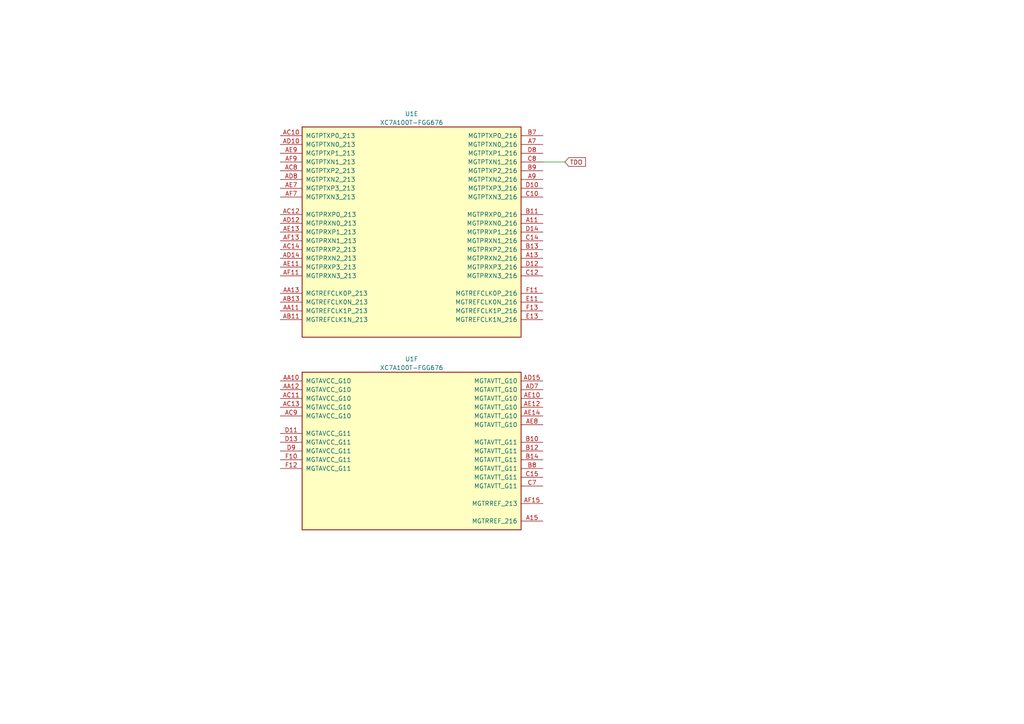
<source format=kicad_sch>
(kicad_sch (version 20230121) (generator eeschema)
  (paper "A4")
  (lib_symbols
    (symbol "FPGA_Xilinx_Artix7:XC7A100T-FGG676" (pin_names (offset 1.016))
      (property "Reference" "U" (at 0 1.27 0))
      (property "Value" "XC7A100T-FGG676" (at 0 -1.27 0))
      (symbol "XC7A100T-FGG676_1_1"
        (rectangle (start -44.45 67.31) (end 44.45 -73.66) (stroke (width 0.254)) (fill (type background)))
        (pin power_in line (at -40.64 73.66 270) (length 6.35) (name "VCCO_12") (number "AA21"))
        (pin bidirectional line (at 50.8 15.24 180) (length 6.35) (name "IO_L8P_T1_13") (number "AA22"))
        (pin bidirectional line (at 50.8 12.7 180) (length 6.35) (name "IO_L8N_T1_13") (number "AA23"))
        (pin bidirectional line (at 50.8 20.32 180) (length 6.35) (name "IO_L7P_T1_13") (number "AA24"))
        (pin bidirectional line (at 50.8 27.94 180) (length 6.35) (name "IO_L5N_T0_13") (number "AA25"))
        (pin power_in line (at -38.1 73.66 270) (length 6.35) (name "VCCO_12") (number "AB18"))
        (pin bidirectional line (at 50.8 10.16 180) (length 6.35) (name "IO_L9P_T1_DQS_13") (number "AB24"))
        (pin bidirectional line (at 50.8 17.78 180) (length 6.35) (name "IO_L7N_T1_13") (number "AB25"))
        (pin bidirectional line (at 50.8 40.64 180) (length 6.35) (name "IO_L3P_T0_DQS_13") (number "AB26"))
        (pin bidirectional line (at 50.8 7.62 180) (length 6.35) (name "IO_L9N_T1_DQS_13") (number "AC24"))
        (pin power_in line (at 27.94 73.66 270) (length 6.35) (name "VCCO_13") (number "AC25"))
        (pin bidirectional line (at 50.8 38.1 180) (length 6.35) (name "IO_L3N_T0_DQS_13") (number "AC26"))
        (pin power_in line (at -35.56 73.66 270) (length 6.35) (name "VCCO_12") (number "AD22"))
        (pin power_in line (at -33.02 73.66 270) (length 6.35) (name "VCCO_12") (number "AE19"))
        (pin power_in line (at -30.48 73.66 270) (length 6.35) (name "VCCO_12") (number "AF26"))
        (pin bidirectional line (at 50.8 -45.72 180) (length 6.35) (name "IO_L20P_T3_13") (number "T14"))
        (pin bidirectional line (at 50.8 -48.26 180) (length 6.35) (name "IO_L20N_T3_13") (number "T15"))
        (pin power_in line (at 30.48 73.66 270) (length 6.35) (name "VCCO_13") (number "T16"))
        (pin bidirectional line (at 50.8 -50.8 180) (length 6.35) (name "IO_L21P_T3_DQS_13") (number "T17"))
        (pin bidirectional line (at 50.8 -53.34 180) (length 6.35) (name "IO_L21N_T3_DQS_13") (number "T18"))
        (pin bidirectional line (at 50.8 -30.48 180) (length 6.35) (name "IO_L17P_T2_13") (number "T19"))
        (pin bidirectional line (at 50.8 -20.32 180) (length 6.35) (name "IO_L15P_T2_DQS_13") (number "T20"))
        (pin power_in line (at 33.02 73.66 270) (length 6.35) (name "VCCO_13") (number "T26"))
        (pin bidirectional line (at 50.8 -60.96 180) (length 6.35) (name "IO_L23P_T3_13") (number "U14"))
        (pin bidirectional line (at 50.8 -55.88 180) (length 6.35) (name "IO_L22P_T3_13") (number "U15"))
        (pin bidirectional line (at 50.8 -58.42 180) (length 6.35) (name "IO_L22N_T3_13") (number "U16"))
        (pin bidirectional line (at 50.8 -71.12 180) (length 6.35) (name "IO_25_13") (number "U17"))
        (pin bidirectional line (at 50.8 -33.02 180) (length 6.35) (name "IO_L17N_T2_13") (number "U19"))
        (pin bidirectional line (at 50.8 -22.86 180) (length 6.35) (name "IO_L15N_T2_DQS_13") (number "U20"))
        (pin bidirectional line (at 50.8 -10.16 180) (length 6.35) (name "IO_L13P_T2_MRCC_13") (number "U21"))
        (pin bidirectional line (at 50.8 -5.08 180) (length 6.35) (name "IO_L12P_T1_MRCC_13") (number "U22"))
        (pin power_in line (at 35.56 73.66 270) (length 6.35) (name "VCCO_13") (number "U23"))
        (pin bidirectional line (at 50.8 53.34 180) (length 6.35) (name "IO_0_13") (number "U24"))
        (pin bidirectional line (at 50.8 50.8 180) (length 6.35) (name "IO_L1P_T0_13") (number "U25"))
        (pin bidirectional line (at 50.8 48.26 180) (length 6.35) (name "IO_L1N_T0_13") (number "U26"))
        (pin bidirectional line (at 50.8 -63.5 180) (length 6.35) (name "IO_L23N_T3_13") (number "V14"))
        (pin bidirectional line (at 50.8 -66.04 180) (length 6.35) (name "IO_L24P_T3_13") (number "V16"))
        (pin bidirectional line (at 50.8 -68.58 180) (length 6.35) (name "IO_L24N_T3_13") (number "V17"))
        (pin bidirectional line (at 50.8 -40.64 180) (length 6.35) (name "IO_L19P_T3_13") (number "V18"))
        (pin bidirectional line (at 50.8 -35.56 180) (length 6.35) (name "IO_L18P_T2_13") (number "V19"))
        (pin power_in line (at 38.1 73.66 270) (length 6.35) (name "VCCO_13") (number "V20"))
        (pin bidirectional line (at 50.8 -12.7 180) (length 6.35) (name "IO_L13N_T2_MRCC_13") (number "V21"))
        (pin bidirectional line (at 50.8 -7.62 180) (length 6.35) (name "IO_L12N_T1_MRCC_13") (number "V22"))
        (pin bidirectional line (at 50.8 5.08 180) (length 6.35) (name "IO_L10P_T1_13") (number "V23"))
        (pin bidirectional line (at 50.8 25.4 180) (length 6.35) (name "IO_L6P_T0_13") (number "V24"))
        (pin bidirectional line (at 50.8 45.72 180) (length 6.35) (name "IO_L2P_T0_13") (number "V26"))
        (pin power_in line (at -27.94 73.66 270) (length 6.35) (name "VCCO_12") (number "W17"))
        (pin bidirectional line (at 50.8 -43.18 180) (length 6.35) (name "IO_L19N_T3_VREF_13") (number "W18"))
        (pin bidirectional line (at 50.8 -38.1 180) (length 6.35) (name "IO_L18N_T2_13") (number "W19"))
        (pin bidirectional line (at 50.8 -25.4 180) (length 6.35) (name "IO_L16P_T2_13") (number "W20"))
        (pin bidirectional line (at 50.8 -15.24 180) (length 6.35) (name "IO_L14P_T2_SRCC_13") (number "W21"))
        (pin bidirectional line (at 50.8 2.54 180) (length 6.35) (name "IO_L10N_T1_13") (number "W23"))
        (pin bidirectional line (at 50.8 22.86 180) (length 6.35) (name "IO_L6N_T0_VREF_13") (number "W24"))
        (pin bidirectional line (at 50.8 35.56 180) (length 6.35) (name "IO_L4P_T0_13") (number "W25"))
        (pin bidirectional line (at 50.8 43.18 180) (length 6.35) (name "IO_L2N_T0_13") (number "W26"))
        (pin bidirectional line (at 50.8 -27.94 180) (length 6.35) (name "IO_L16N_T2_13") (number "Y20"))
        (pin bidirectional line (at 50.8 -17.78 180) (length 6.35) (name "IO_L14N_T2_SRCC_13") (number "Y21"))
        (pin bidirectional line (at 50.8 0 180) (length 6.35) (name "IO_L11P_T1_SRCC_13") (number "Y22"))
        (pin bidirectional line (at 50.8 -2.54 180) (length 6.35) (name "IO_L11N_T1_SRCC_13") (number "Y23"))
        (pin power_in line (at 40.64 73.66 270) (length 6.35) (name "VCCO_13") (number "Y24"))
        (pin bidirectional line (at 50.8 30.48 180) (length 6.35) (name "IO_L5P_T0_13") (number "Y25"))
        (pin bidirectional line (at 50.8 33.02 180) (length 6.35) (name "IO_L4N_T0_13") (number "Y26"))
      )
      (symbol "XC7A100T-FGG676_2_1"
        (rectangle (start -44.45 67.31) (end 44.45 -73.66) (stroke (width 0.254)) (fill (type background)))
        (pin bidirectional line (at 50.8 -48.26 180) (length 6.35) (name "IO_L20N_T3_A19_15") (number "D25"))
        (pin bidirectional line (at 50.8 -53.34 180) (length 6.35) (name "IO_L21N_T3_DQS_A18_15") (number "D26"))
        (pin bidirectional line (at 50.8 -33.02 180) (length 6.35) (name "IO_L17N_T2_A25_15") (number "E23"))
        (pin bidirectional line (at 50.8 -45.72 180) (length 6.35) (name "IO_L20P_T3_A20_15") (number "E25"))
        (pin bidirectional line (at 50.8 -50.8 180) (length 6.35) (name "IO_L21P_T3_DQS_15") (number "E26"))
        (pin bidirectional line (at 50.8 -22.86 180) (length 6.35) (name "IO_L15N_T2_DQS_ADV_B_15") (number "F22"))
        (pin bidirectional line (at 50.8 -30.48 180) (length 6.35) (name "IO_L17P_T2_A26_15") (number "F23"))
        (pin bidirectional line (at 50.8 -43.18 180) (length 6.35) (name "IO_L19N_T3_A21_VREF_15") (number "F24"))
        (pin bidirectional line (at 50.8 -63.5 180) (length 6.35) (name "IO_L23N_T3_FWE_B_15") (number "F25"))
        (pin power_in line (at 27.94 73.66 270) (length 6.35) (name "VCCO_15") (number "F26"))
        (pin bidirectional line (at 50.8 0 180) (length 6.35) (name "IO_L11P_T1_SRCC_15") (number "G20"))
        (pin bidirectional line (at 50.8 -2.54 180) (length 6.35) (name "IO_L11N_T1_SRCC_15") (number "G21"))
        (pin bidirectional line (at 50.8 -20.32 180) (length 6.35) (name "IO_L15P_T2_DQS_15") (number "G22"))
        (pin power_in line (at 30.48 73.66 270) (length 6.35) (name "VCCO_15") (number "G23"))
        (pin bidirectional line (at 50.8 -40.64 180) (length 6.35) (name "IO_L19P_T3_A22_15") (number "G24"))
        (pin bidirectional line (at 50.8 -60.96 180) (length 6.35) (name "IO_L23P_T3_FOE_B_15") (number "G25"))
        (pin bidirectional line (at 50.8 -58.42 180) (length 6.35) (name "IO_L22N_T3_A16_15") (number "G26"))
        (pin bidirectional line (at 50.8 2.54 180) (length 6.35) (name "IO_L10N_T1_AD11N_15") (number "H18"))
        (pin bidirectional line (at 50.8 17.78 180) (length 6.35) (name "IO_L7N_T1_AD2N_15") (number "H19"))
        (pin power_in line (at 33.02 73.66 270) (length 6.35) (name "VCCO_15") (number "H20"))
        (pin bidirectional line (at 50.8 -10.16 180) (length 6.35) (name "IO_L13P_T2_MRCC_15") (number "H21"))
        (pin bidirectional line (at 50.8 -12.7 180) (length 6.35) (name "IO_L13N_T2_MRCC_15") (number "H22"))
        (pin bidirectional line (at 50.8 -17.78 180) (length 6.35) (name "IO_L14N_T2_SRCC_15") (number "H23"))
        (pin bidirectional line (at 50.8 -27.94 180) (length 6.35) (name "IO_L16N_T2_A27_15") (number "H24"))
        (pin bidirectional line (at 50.8 -55.88 180) (length 6.35) (name "IO_L22P_T3_A17_15") (number "H26"))
        (pin bidirectional line (at 50.8 45.72 180) (length 6.35) (name "IO_L2P_T0_AD8P_15") (number "J14"))
        (pin bidirectional line (at 50.8 43.18 180) (length 6.35) (name "IO_L2N_T0_AD8N_15") (number "J15"))
        (pin bidirectional line (at 50.8 48.26 180) (length 6.35) (name "IO_L1N_T0_AD0N_15") (number "J16"))
        (pin power_in line (at 35.56 73.66 270) (length 6.35) (name "VCCO_15") (number "J17"))
        (pin bidirectional line (at 50.8 5.08 180) (length 6.35) (name "IO_L10P_T1_AD11P_15") (number "J18"))
        (pin bidirectional line (at 50.8 20.32 180) (length 6.35) (name "IO_L7P_T1_AD2P_15") (number "J19"))
        (pin bidirectional line (at 50.8 7.62 180) (length 6.35) (name "IO_L9N_T1_DQS_AD3N_15") (number "J20"))
        (pin bidirectional line (at 50.8 -7.62 180) (length 6.35) (name "IO_L12N_T1_MRCC_15") (number "J21"))
        (pin bidirectional line (at 50.8 -15.24 180) (length 6.35) (name "IO_L14P_T2_SRCC_15") (number "J23"))
        (pin bidirectional line (at 50.8 -25.4 180) (length 6.35) (name "IO_L16P_T2_A28_15") (number "J24"))
        (pin bidirectional line (at 50.8 -66.04 180) (length 6.35) (name "IO_L24P_T3_RS1_15") (number "J25"))
        (pin bidirectional line (at 50.8 -68.58 180) (length 6.35) (name "IO_L24N_T3_RS0_15") (number "J26"))
        (pin power_in line (at 38.1 73.66 270) (length 6.35) (name "VCCO_15") (number "K14"))
        (pin bidirectional line (at 50.8 50.8 180) (length 6.35) (name "IO_L1P_T0_AD0P_15") (number "K15"))
        (pin bidirectional line (at 50.8 40.64 180) (length 6.35) (name "IO_L3P_T0_DQS_AD1P_15") (number "K16"))
        (pin bidirectional line (at 50.8 38.1 180) (length 6.35) (name "IO_L3N_T0_DQS_AD1N_15") (number "K17"))
        (pin bidirectional line (at 50.8 53.34 180) (length 6.35) (name "IO_0_15") (number "K18"))
        (pin bidirectional line (at 50.8 10.16 180) (length 6.35) (name "IO_L9P_T1_DQS_AD3P_15") (number "K20"))
        (pin bidirectional line (at 50.8 -5.08 180) (length 6.35) (name "IO_L12P_T1_MRCC_15") (number "K21"))
        (pin bidirectional line (at 50.8 -35.56 180) (length 6.35) (name "IO_L18P_T2_A24_15") (number "K22"))
        (pin bidirectional line (at 50.8 -38.1 180) (length 6.35) (name "IO_L18N_T2_A23_15") (number "K23"))
        (pin power_in line (at -40.64 73.66 270) (length 6.35) (name "VCCO_14") (number "K24"))
        (pin bidirectional line (at -50.8 20.32 0) (length 6.35) (name "IO_L7P_T1_D09_14") (number "K25"))
        (pin bidirectional line (at -50.8 17.78 0) (length 6.35) (name "IO_L7N_T1_D10_14") (number "K26"))
        (pin bidirectional line (at 50.8 33.02 180) (length 6.35) (name "IO_L4N_T0_15") (number "L14"))
        (pin bidirectional line (at 50.8 27.94 180) (length 6.35) (name "IO_L5N_T0_AD9N_15") (number "L15"))
        (pin bidirectional line (at 50.8 15.24 180) (length 6.35) (name "IO_L8P_T1_AD10P_15") (number "L17"))
        (pin bidirectional line (at 50.8 12.7 180) (length 6.35) (name "IO_L8N_T1_AD10N_15") (number "L18"))
        (pin bidirectional line (at 50.8 -71.12 180) (length 6.35) (name "IO_25_15") (number "L19"))
        (pin bidirectional line (at -50.8 12.7 0) (length 6.35) (name "IO_L8N_T1_D12_14") (number "L20"))
        (pin power_in line (at -38.1 73.66 270) (length 6.35) (name "VCCO_14") (number "L21"))
        (pin bidirectional line (at -50.8 0 0) (length 6.35) (name "IO_L11P_T1_SRCC_14") (number "L22"))
        (pin bidirectional line (at -50.8 -2.54 0) (length 6.35) (name "IO_L11N_T1_SRCC_14") (number "L23"))
        (pin bidirectional line (at -50.8 10.16 0) (length 6.35) (name "IO_L9P_T1_DQS_14") (number "L24"))
        (pin bidirectional line (at -50.8 7.62 0) (length 6.35) (name "IO_L9N_T1_DQS_D13_14") (number "L25"))
        (pin bidirectional line (at 50.8 35.56 180) (length 6.35) (name "IO_L4P_T0_15") (number "M14"))
        (pin bidirectional line (at 50.8 30.48 180) (length 6.35) (name "IO_L5P_T0_AD9P_15") (number "M15"))
        (pin bidirectional line (at 50.8 25.4 180) (length 6.35) (name "IO_L6P_T0_15") (number "M16"))
        (pin bidirectional line (at 50.8 22.86 180) (length 6.35) (name "IO_L6N_T0_VREF_15") (number "M17"))
        (pin power_in line (at 40.64 73.66 270) (length 6.35) (name "VCCO_15") (number "M18"))
        (pin bidirectional line (at -50.8 53.34 0) (length 6.35) (name "IO_0_14") (number "M19"))
        (pin bidirectional line (at -50.8 15.24 0) (length 6.35) (name "IO_L8P_T1_D11_14") (number "M20"))
        (pin bidirectional line (at -50.8 -5.08 0) (length 6.35) (name "IO_L12P_T1_MRCC_14") (number "M21"))
        (pin bidirectional line (at -50.8 -7.62 0) (length 6.35) (name "IO_L12N_T1_MRCC_14") (number "M22"))
        (pin bidirectional line (at -50.8 5.08 0) (length 6.35) (name "IO_L10P_T1_D14_14") (number "M24"))
        (pin bidirectional line (at -50.8 2.54 0) (length 6.35) (name "IO_L10N_T1_D15_14") (number "M25"))
        (pin bidirectional line (at -50.8 -48.26 0) (length 6.35) (name "IO_L20N_T3_A07_D23_14") (number "M26"))
        (pin bidirectional line (at -50.8 43.18 0) (length 6.35) (name "IO_L2N_T0_D03_14") (number "N14"))
        (pin power_in line (at -35.56 73.66 270) (length 6.35) (name "VCCO_14") (number "N15"))
        (pin bidirectional line (at -50.8 35.56 0) (length 6.35) (name "IO_L4P_T0_D04_14") (number "N16"))
        (pin bidirectional line (at -50.8 33.02 0) (length 6.35) (name "IO_L4N_T0_D05_14") (number "N17"))
        (pin bidirectional line (at -50.8 22.86 0) (length 6.35) (name "IO_L6N_T0_D08_VREF_14") (number "N18"))
        (pin bidirectional line (at -50.8 -27.94 0) (length 6.35) (name "IO_L16N_T2_A15_D31_14") (number "N19"))
        (pin bidirectional line (at -50.8 -10.16 0) (length 6.35) (name "IO_L13P_T2_MRCC_14") (number "N21"))
        (pin bidirectional line (at -50.8 -12.7 0) (length 6.35) (name "IO_L13N_T2_MRCC_14") (number "N22"))
        (pin bidirectional line (at -50.8 -20.32 0) (length 6.35) (name "IO_L15P_T2_DQS_RDWR_B_14") (number "N23"))
        (pin bidirectional line (at -50.8 -22.86 0) (length 6.35) (name "IO_L15N_T2_DQS_DOUT_CSO_B_14") (number "N24"))
        (pin power_in line (at -33.02 73.66 270) (length 6.35) (name "VCCO_14") (number "N25"))
        (pin bidirectional line (at -50.8 -45.72 0) (length 6.35) (name "IO_L20P_T3_A08_D24_14") (number "N26"))
        (pin bidirectional line (at -50.8 45.72 0) (length 6.35) (name "IO_L2P_T0_D02_14") (number "P14"))
        (pin bidirectional line (at -50.8 40.64 0) (length 6.35) (name "IO_L3P_T0_DQS_PUDC_B_14") (number "P15"))
        (pin bidirectional line (at -50.8 38.1 0) (length 6.35) (name "IO_L3N_T0_DQS_EMCCLK_14") (number "P16"))
        (pin bidirectional line (at -50.8 25.4 0) (length 6.35) (name "IO_L6P_T0_FCS_B_14") (number "P18"))
        (pin bidirectional line (at -50.8 -25.4 0) (length 6.35) (name "IO_L16P_T2_CSI_B_14") (number "P19"))
        (pin bidirectional line (at -50.8 -15.24 0) (length 6.35) (name "IO_L14P_T2_SRCC_14") (number "P20"))
        (pin bidirectional line (at -50.8 -17.78 0) (length 6.35) (name "IO_L14N_T2_SRCC_14") (number "P21"))
        (pin power_in line (at -30.48 73.66 270) (length 6.35) (name "VCCO_14") (number "P22"))
        (pin bidirectional line (at -50.8 -30.48 0) (length 6.35) (name "IO_L17P_T2_A14_D30_14") (number "P23"))
        (pin bidirectional line (at -50.8 -33.02 0) (length 6.35) (name "IO_L17N_T2_A13_D29_14") (number "P24"))
        (pin bidirectional line (at -50.8 -43.18 0) (length 6.35) (name "IO_L19N_T3_A09_D25_VREF_14") (number "P25"))
        (pin bidirectional line (at -50.8 -58.42 0) (length 6.35) (name "IO_L22N_T3_A04_D20_14") (number "P26"))
        (pin bidirectional line (at -50.8 50.8 0) (length 6.35) (name "IO_L1P_T0_D00_MOSI_14") (number "R14"))
        (pin bidirectional line (at -50.8 48.26 0) (length 6.35) (name "IO_L1N_T0_D01_DIN_14") (number "R15"))
        (pin bidirectional line (at -50.8 30.48 0) (length 6.35) (name "IO_L5P_T0_D06_14") (number "R16"))
        (pin bidirectional line (at -50.8 27.94 0) (length 6.35) (name "IO_L5N_T0_D07_14") (number "R17"))
        (pin bidirectional line (at -50.8 -71.12 0) (length 6.35) (name "IO_25_14") (number "R18"))
        (pin power_in line (at -27.94 73.66 270) (length 6.35) (name "VCCO_14") (number "R19"))
        (pin bidirectional line (at -50.8 -35.56 0) (length 6.35) (name "IO_L18P_T2_A12_D28_14") (number "R20"))
        (pin bidirectional line (at -50.8 -38.1 0) (length 6.35) (name "IO_L18N_T2_A11_D27_14") (number "R21"))
        (pin bidirectional line (at -50.8 -63.5 0) (length 6.35) (name "IO_L23N_T3_A02_D18_14") (number "R22"))
        (pin bidirectional line (at -50.8 -68.58 0) (length 6.35) (name "IO_L24N_T3_A00_D16_14") (number "R23"))
        (pin bidirectional line (at -50.8 -40.64 0) (length 6.35) (name "IO_L19P_T3_A10_D26_14") (number "R25"))
        (pin bidirectional line (at -50.8 -55.88 0) (length 6.35) (name "IO_L22P_T3_A05_D21_14") (number "R26"))
        (pin bidirectional line (at -50.8 -60.96 0) (length 6.35) (name "IO_L23P_T3_A03_D19_14") (number "T22"))
        (pin bidirectional line (at -50.8 -66.04 0) (length 6.35) (name "IO_L24P_T3_A01_D17_14") (number "T23"))
        (pin bidirectional line (at -50.8 -50.8 0) (length 6.35) (name "IO_L21P_T3_DQS_14") (number "T24"))
        (pin bidirectional line (at -50.8 -53.34 0) (length 6.35) (name "IO_L21N_T3_DQS_A06_D22_14") (number "T25"))
      )
      (symbol "XC7A100T-FGG676_3_1"
        (rectangle (start -44.45 67.31) (end 44.45 -73.66) (stroke (width 0.254)) (fill (type background)))
        (pin bidirectional line (at -50.8 10.16 0) (length 6.35) (name "IO_L9P_T1_DQS_16") (number "A17"))
        (pin bidirectional line (at -50.8 7.62 0) (length 6.35) (name "IO_L9N_T1_DQS_16") (number "A18"))
        (pin bidirectional line (at -50.8 2.54 0) (length 6.35) (name "IO_L10N_T1_16") (number "A19"))
        (pin bidirectional line (at -50.8 -22.86 0) (length 6.35) (name "IO_L15N_T2_DQS_16") (number "A20"))
        (pin power_in line (at -40.64 73.66 270) (length 6.35) (name "VCCO_16") (number "A21"))
        (pin bidirectional line (at -50.8 -33.02 0) (length 6.35) (name "IO_L17N_T2_16") (number "A22"))
        (pin bidirectional line (at -50.8 -50.8 0) (length 6.35) (name "IO_L21P_T3_DQS_16") (number "A23"))
        (pin bidirectional line (at -50.8 -53.34 0) (length 6.35) (name "IO_L21N_T3_DQS_16") (number "A24"))
        (pin bidirectional line (at -50.8 -48.26 0) (length 6.35) (name "IO_L20N_T3_16") (number "A25"))
        (pin power_in line (at 27.94 73.66 270) (length 6.35) (name "VCCO_33") (number "AA1"))
        (pin power_in line (at 30.48 73.66 270) (length 6.35) (name "VCCO_33") (number "AC5"))
        (pin power_in line (at 33.02 73.66 270) (length 6.35) (name "VCCO_33") (number "AD2"))
        (pin bidirectional line (at -50.8 17.78 0) (length 6.35) (name "IO_L7N_T1_16") (number "B17"))
        (pin power_in line (at -38.1 73.66 270) (length 6.35) (name "VCCO_16") (number "B18"))
        (pin bidirectional line (at -50.8 5.08 0) (length 6.35) (name "IO_L10P_T1_16") (number "B19"))
        (pin bidirectional line (at -50.8 -20.32 0) (length 6.35) (name "IO_L15P_T2_DQS_16") (number "B20"))
        (pin bidirectional line (at -50.8 -27.94 0) (length 6.35) (name "IO_L16N_T2_16") (number "B21"))
        (pin bidirectional line (at -50.8 -30.48 0) (length 6.35) (name "IO_L17P_T2_16") (number "B22"))
        (pin bidirectional line (at -50.8 -63.5 0) (length 6.35) (name "IO_L23N_T3_16") (number "B24"))
        (pin bidirectional line (at -50.8 -45.72 0) (length 6.35) (name "IO_L20P_T3_16") (number "B25"))
        (pin bidirectional line (at -50.8 -58.42 0) (length 6.35) (name "IO_L22N_T3_16") (number "B26"))
        (pin bidirectional line (at -50.8 20.32 0) (length 6.35) (name "IO_L7P_T1_16") (number "C17"))
        (pin bidirectional line (at -50.8 -7.62 0) (length 6.35) (name "IO_L12N_T1_MRCC_16") (number "C18"))
        (pin bidirectional line (at -50.8 -12.7 0) (length 6.35) (name "IO_L13N_T2_MRCC_16") (number "C19"))
        (pin bidirectional line (at -50.8 -25.4 0) (length 6.35) (name "IO_L16P_T2_16") (number "C21"))
        (pin bidirectional line (at -50.8 -40.64 0) (length 6.35) (name "IO_L19P_T3_16") (number "C22"))
        (pin bidirectional line (at -50.8 -43.18 0) (length 6.35) (name "IO_L19N_T3_VREF_16") (number "C23"))
        (pin bidirectional line (at -50.8 -60.96 0) (length 6.35) (name "IO_L23P_T3_16") (number "C24"))
        (pin power_in line (at -35.56 73.66 270) (length 6.35) (name "VCCO_16") (number "C25"))
        (pin bidirectional line (at -50.8 -55.88 0) (length 6.35) (name "IO_L22P_T3_16") (number "C26"))
        (pin bidirectional line (at -50.8 12.7 0) (length 6.35) (name "IO_L8N_T1_16") (number "D16"))
        (pin bidirectional line (at -50.8 -5.08 0) (length 6.35) (name "IO_L12P_T1_MRCC_16") (number "D18"))
        (pin bidirectional line (at -50.8 -10.16 0) (length 6.35) (name "IO_L13P_T2_MRCC_16") (number "D19"))
        (pin bidirectional line (at -50.8 -17.78 0) (length 6.35) (name "IO_L14N_T2_SRCC_16") (number "D20"))
        (pin bidirectional line (at -50.8 -38.1 0) (length 6.35) (name "IO_L18N_T2_16") (number "D21"))
        (pin power_in line (at -33.02 73.66 270) (length 6.35) (name "VCCO_16") (number "D22"))
        (pin bidirectional line (at -50.8 -66.04 0) (length 6.35) (name "IO_L24P_T3_16") (number "D23"))
        (pin bidirectional line (at -50.8 -68.58 0) (length 6.35) (name "IO_L24N_T3_16") (number "D24"))
        (pin bidirectional line (at -50.8 15.24 0) (length 6.35) (name "IO_L8P_T1_16") (number "E16"))
        (pin bidirectional line (at -50.8 0 0) (length 6.35) (name "IO_L11P_T1_SRCC_16") (number "E17"))
        (pin bidirectional line (at -50.8 -2.54 0) (length 6.35) (name "IO_L11N_T1_SRCC_16") (number "E18"))
        (pin power_in line (at -30.48 73.66 270) (length 6.35) (name "VCCO_16") (number "E19"))
        (pin bidirectional line (at -50.8 -15.24 0) (length 6.35) (name "IO_L14P_T2_SRCC_16") (number "E20"))
        (pin bidirectional line (at -50.8 -35.56 0) (length 6.35) (name "IO_L18P_T2_16") (number "E21"))
        (pin bidirectional line (at -50.8 -71.12 0) (length 6.35) (name "IO_25_16") (number "E22"))
        (pin bidirectional line (at -50.8 33.02 0) (length 6.35) (name "IO_L4N_T0_16") (number "F15"))
        (pin power_in line (at -27.94 73.66 270) (length 6.35) (name "VCCO_16") (number "F16"))
        (pin bidirectional line (at -50.8 43.18 0) (length 6.35) (name "IO_L2N_T0_16") (number "F17"))
        (pin bidirectional line (at -50.8 40.64 0) (length 6.35) (name "IO_L3P_T0_DQS_16") (number "F18"))
        (pin bidirectional line (at -50.8 38.1 0) (length 6.35) (name "IO_L3N_T0_DQS_16") (number "F19"))
        (pin bidirectional line (at -50.8 27.94 0) (length 6.35) (name "IO_L5N_T0_16") (number "F20"))
        (pin bidirectional line (at -50.8 35.56 0) (length 6.35) (name "IO_L4P_T0_16") (number "G15"))
        (pin bidirectional line (at -50.8 22.86 0) (length 6.35) (name "IO_L6N_T0_VREF_16") (number "G16"))
        (pin bidirectional line (at -50.8 45.72 0) (length 6.35) (name "IO_L2P_T0_16") (number "G17"))
        (pin bidirectional line (at -50.8 30.48 0) (length 6.35) (name "IO_L5P_T0_16") (number "G19"))
        (pin bidirectional line (at -50.8 50.8 0) (length 6.35) (name "IO_L1P_T0_16") (number "H14"))
        (pin bidirectional line (at -50.8 48.26 0) (length 6.35) (name "IO_L1N_T0_16") (number "H15"))
        (pin bidirectional line (at -50.8 25.4 0) (length 6.35) (name "IO_L6P_T0_16") (number "H16"))
        (pin bidirectional line (at -50.8 53.34 0) (length 6.35) (name "IO_0_16") (number "H17"))
        (pin power_in line (at 35.56 73.66 270) (length 6.35) (name "VCCO_33") (number "U3"))
        (pin power_in line (at 38.1 73.66 270) (length 6.35) (name "VCCO_33") (number "W7"))
        (pin power_in line (at 40.64 73.66 270) (length 6.35) (name "VCCO_33") (number "Y4"))
      )
      (symbol "XC7A100T-FGG676_4_1"
        (rectangle (start -44.45 67.31) (end 44.45 -73.66) (stroke (width 0.254)) (fill (type background)))
        (pin power_in line (at 27.94 73.66 270) (length 6.35) (name "VCCO_35") (number "A1"))
        (pin bidirectional line (at 50.8 -48.26 180) (length 6.35) (name "IO_L20N_T3_35") (number "A2"))
        (pin bidirectional line (at 50.8 -45.72 180) (length 6.35) (name "IO_L20P_T3_35") (number "A3"))
        (pin bidirectional line (at 50.8 -27.94 180) (length 6.35) (name "IO_L16N_T2_35") (number "A4"))
        (pin bidirectional line (at 50.8 -22.86 180) (length 6.35) (name "IO_L15N_T2_DQS_35") (number "A5"))
        (pin bidirectional line (at 50.8 -53.34 180) (length 6.35) (name "IO_L21N_T3_DQS_35") (number "B1"))
        (pin bidirectional line (at 50.8 -43.18 180) (length 6.35) (name "IO_L19N_T3_VREF_35") (number "B2"))
        (pin bidirectional line (at 50.8 -25.4 180) (length 6.35) (name "IO_L16P_T2_35") (number "B4"))
        (pin bidirectional line (at 50.8 -20.32 180) (length 6.35) (name "IO_L15P_T2_DQS_35") (number "B5"))
        (pin bidirectional line (at 50.8 -50.8 180) (length 6.35) (name "IO_L21P_T3_DQS_35") (number "C1"))
        (pin bidirectional line (at 50.8 -40.64 180) (length 6.35) (name "IO_L19P_T3_35") (number "C2"))
        (pin bidirectional line (at 50.8 -33.02 180) (length 6.35) (name "IO_L17N_T2_35") (number "C3"))
        (pin bidirectional line (at 50.8 -17.78 180) (length 6.35) (name "IO_L14N_T2_SRCC_35") (number "C4"))
        (pin power_in line (at 30.48 73.66 270) (length 6.35) (name "VCCO_35") (number "C5"))
        (pin bidirectional line (at 50.8 -63.5 180) (length 6.35) (name "IO_L23N_T3_35") (number "D1"))
        (pin power_in line (at 33.02 73.66 270) (length 6.35) (name "VCCO_35") (number "D2"))
        (pin bidirectional line (at 50.8 -30.48 180) (length 6.35) (name "IO_L17P_T2_35") (number "D3"))
        (pin bidirectional line (at 50.8 -15.24 180) (length 6.35) (name "IO_L14P_T2_SRCC_35") (number "D4"))
        (pin bidirectional line (at 50.8 -12.7 180) (length 6.35) (name "IO_L13N_T2_MRCC_35") (number "D5"))
        (pin bidirectional line (at 50.8 48.26 180) (length 6.35) (name "IO_L1N_T0_AD4N_35") (number "D6"))
        (pin bidirectional line (at 50.8 -60.96 180) (length 6.35) (name "IO_L23P_T3_35") (number "E1"))
        (pin bidirectional line (at 50.8 -58.42 180) (length 6.35) (name "IO_L22N_T3_35") (number "E2"))
        (pin bidirectional line (at 50.8 -38.1 180) (length 6.35) (name "IO_L18N_T2_35") (number "E3"))
        (pin bidirectional line (at 50.8 -10.16 180) (length 6.35) (name "IO_L13P_T2_MRCC_35") (number "E5"))
        (pin bidirectional line (at 50.8 50.8 180) (length 6.35) (name "IO_L1P_T0_AD4P_35") (number "E6"))
        (pin bidirectional line (at 50.8 -55.88 180) (length 6.35) (name "IO_L22P_T3_35") (number "F2"))
        (pin bidirectional line (at 50.8 -35.56 180) (length 6.35) (name "IO_L18P_T2_35") (number "F3"))
        (pin bidirectional line (at 50.8 -2.54 180) (length 6.35) (name "IO_L11N_T1_SRCC_35") (number "F4"))
        (pin bidirectional line (at 50.8 -7.62 180) (length 6.35) (name "IO_L12N_T1_MRCC_35") (number "F5"))
        (pin power_in line (at 35.56 73.66 270) (length 6.35) (name "VCCO_35") (number "F6"))
        (pin bidirectional line (at 50.8 33.02 180) (length 6.35) (name "IO_L4N_T0_35") (number "F7"))
        (pin bidirectional line (at 50.8 35.56 180) (length 6.35) (name "IO_L4P_T0_35") (number "F8"))
        (pin bidirectional line (at 50.8 -68.58 180) (length 6.35) (name "IO_L24N_T3_35") (number "G1"))
        (pin bidirectional line (at 50.8 -66.04 180) (length 6.35) (name "IO_L24P_T3_35") (number "G2"))
        (pin power_in line (at 38.1 73.66 270) (length 6.35) (name "VCCO_35") (number "G3"))
        (pin bidirectional line (at 50.8 0 180) (length 6.35) (name "IO_L11P_T1_SRCC_35") (number "G4"))
        (pin bidirectional line (at 50.8 -5.08 180) (length 6.35) (name "IO_L12P_T1_MRCC_35") (number "G5"))
        (pin bidirectional line (at 50.8 27.94 180) (length 6.35) (name "IO_L5N_T0_AD13N_35") (number "G6"))
        (pin bidirectional line (at 50.8 38.1 180) (length 6.35) (name "IO_L3N_T0_DQS_AD5N_35") (number "G7"))
        (pin bidirectional line (at 50.8 43.18 180) (length 6.35) (name "IO_L2N_T0_AD12N_35") (number "G8"))
        (pin bidirectional line (at 50.8 22.86 180) (length 6.35) (name "IO_L6N_T0_VREF_35") (number "G9"))
        (pin bidirectional line (at -50.8 2.54 0) (length 6.35) (name "IO_L10N_T1_34") (number "H1"))
        (pin bidirectional line (at -50.8 5.08 0) (length 6.35) (name "IO_L10P_T1_34") (number "H2"))
        (pin bidirectional line (at 50.8 -71.12 180) (length 6.35) (name "IO_25_35") (number "H3"))
        (pin bidirectional line (at 50.8 7.62 180) (length 6.35) (name "IO_L9N_T1_DQS_AD7N_35") (number "H4"))
        (pin bidirectional line (at 50.8 30.48 180) (length 6.35) (name "IO_L5P_T0_AD13P_35") (number "H6"))
        (pin bidirectional line (at 50.8 40.64 180) (length 6.35) (name "IO_L3P_T0_DQS_AD5P_35") (number "H7"))
        (pin bidirectional line (at 50.8 45.72 180) (length 6.35) (name "IO_L2P_T0_AD12P_35") (number "H8"))
        (pin bidirectional line (at 50.8 25.4 180) (length 6.35) (name "IO_L6P_T0_35") (number "H9"))
        (pin bidirectional line (at -50.8 17.78 0) (length 6.35) (name "IO_L7N_T1_34") (number "J1"))
        (pin bidirectional line (at -50.8 48.26 0) (length 6.35) (name "IO_L1N_T0_34") (number "J3"))
        (pin bidirectional line (at 50.8 10.16 180) (length 6.35) (name "IO_L9P_T1_DQS_AD7P_35") (number "J4"))
        (pin bidirectional line (at 50.8 17.78 180) (length 6.35) (name "IO_L7N_T1_AD6N_35") (number "J5"))
        (pin bidirectional line (at 50.8 20.32 180) (length 6.35) (name "IO_L7P_T1_AD6P_35") (number "J6"))
        (pin power_in line (at 40.64 73.66 270) (length 6.35) (name "VCCO_35") (number "J7"))
        (pin bidirectional line (at 50.8 53.34 180) (length 6.35) (name "IO_0_35") (number "J8"))
        (pin bidirectional line (at -50.8 20.32 0) (length 6.35) (name "IO_L7P_T1_34") (number "K1"))
        (pin bidirectional line (at -50.8 12.7 0) (length 6.35) (name "IO_L8N_T1_34") (number "K2"))
        (pin bidirectional line (at -50.8 50.8 0) (length 6.35) (name "IO_L1P_T0_34") (number "K3"))
        (pin power_in line (at -40.64 73.66 270) (length 6.35) (name "VCCO_34") (number "K4"))
        (pin bidirectional line (at -50.8 33.02 0) (length 6.35) (name "IO_L4N_T0_34") (number "K5"))
        (pin bidirectional line (at 50.8 2.54 180) (length 6.35) (name "IO_L10N_T1_AD15N_35") (number "K6"))
        (pin bidirectional line (at 50.8 5.08 180) (length 6.35) (name "IO_L10P_T1_AD15P_35") (number "K7"))
        (pin bidirectional line (at 50.8 12.7 180) (length 6.35) (name "IO_L8N_T1_AD14N_35") (number "K8"))
        (pin power_in line (at -38.1 73.66 270) (length 6.35) (name "VCCO_34") (number "L1"))
        (pin bidirectional line (at -50.8 -2.54 0) (length 6.35) (name "IO_L11N_T1_SRCC_34") (number "L2"))
        (pin bidirectional line (at -50.8 15.24 0) (length 6.35) (name "IO_L8P_T1_34") (number "L3"))
        (pin bidirectional line (at -50.8 38.1 0) (length 6.35) (name "IO_L3N_T0_DQS_34") (number "L4"))
        (pin bidirectional line (at -50.8 35.56 0) (length 6.35) (name "IO_L4P_T0_34") (number "L5"))
        (pin bidirectional line (at -50.8 43.18 0) (length 6.35) (name "IO_L2N_T0_34") (number "L7"))
        (pin bidirectional line (at 50.8 15.24 180) (length 6.35) (name "IO_L8P_T1_AD14P_35") (number "L8"))
        (pin bidirectional line (at -50.8 7.62 0) (length 6.35) (name "IO_L9N_T1_DQS_34") (number "M1"))
        (pin bidirectional line (at -50.8 0 0) (length 6.35) (name "IO_L11P_T1_SRCC_34") (number "M2"))
        (pin bidirectional line (at -50.8 40.64 0) (length 6.35) (name "IO_L3P_T0_DQS_34") (number "M4"))
        (pin bidirectional line (at -50.8 22.86 0) (length 6.35) (name "IO_L6N_T0_VREF_34") (number "M5"))
        (pin bidirectional line (at -50.8 25.4 0) (length 6.35) (name "IO_L6P_T0_34") (number "M6"))
        (pin bidirectional line (at -50.8 45.72 0) (length 6.35) (name "IO_L2P_T0_34") (number "M7"))
        (pin power_in line (at -35.56 73.66 270) (length 6.35) (name "VCCO_34") (number "M8"))
        (pin bidirectional line (at -50.8 10.16 0) (length 6.35) (name "IO_L9P_T1_DQS_34") (number "N1"))
        (pin bidirectional line (at -50.8 -7.62 0) (length 6.35) (name "IO_L12N_T1_MRCC_34") (number "N2"))
        (pin bidirectional line (at -50.8 -5.08 0) (length 6.35) (name "IO_L12P_T1_MRCC_34") (number "N3"))
        (pin bidirectional line (at -50.8 -17.78 0) (length 6.35) (name "IO_L14N_T2_SRCC_34") (number "N4"))
        (pin power_in line (at -33.02 73.66 270) (length 6.35) (name "VCCO_34") (number "N5"))
        (pin bidirectional line (at -50.8 27.94 0) (length 6.35) (name "IO_L5N_T0_34") (number "N6"))
        (pin bidirectional line (at -50.8 30.48 0) (length 6.35) (name "IO_L5P_T0_34") (number "N7"))
        (pin bidirectional line (at -50.8 53.34 0) (length 6.35) (name "IO_0_34") (number "N8"))
        (pin bidirectional line (at -50.8 -22.86 0) (length 6.35) (name "IO_L15N_T2_DQS_34") (number "P1"))
        (pin power_in line (at -30.48 73.66 270) (length 6.35) (name "VCCO_34") (number "P2"))
        (pin bidirectional line (at -50.8 -12.7 0) (length 6.35) (name "IO_L13N_T2_MRCC_34") (number "P3"))
        (pin bidirectional line (at -50.8 -15.24 0) (length 6.35) (name "IO_L14P_T2_SRCC_34") (number "P4"))
        (pin bidirectional line (at -50.8 -43.18 0) (length 6.35) (name "IO_L19N_T3_VREF_34") (number "P5"))
        (pin bidirectional line (at -50.8 -40.64 0) (length 6.35) (name "IO_L19P_T3_34") (number "P6"))
        (pin bidirectional line (at -50.8 -58.42 0) (length 6.35) (name "IO_L22N_T3_34") (number "P8"))
        (pin bidirectional line (at -50.8 -20.32 0) (length 6.35) (name "IO_L15P_T2_DQS_34") (number "R1"))
        (pin bidirectional line (at -50.8 -33.02 0) (length 6.35) (name "IO_L17N_T2_34") (number "R2"))
        (pin bidirectional line (at -50.8 -10.16 0) (length 6.35) (name "IO_L13P_T2_MRCC_34") (number "R3"))
        (pin bidirectional line (at -50.8 -48.26 0) (length 6.35) (name "IO_L20N_T3_34") (number "R5"))
        (pin bidirectional line (at -50.8 -63.5 0) (length 6.35) (name "IO_L23N_T3_34") (number "R6"))
        (pin bidirectional line (at -50.8 -60.96 0) (length 6.35) (name "IO_L23P_T3_34") (number "R7"))
        (pin bidirectional line (at -50.8 -55.88 0) (length 6.35) (name "IO_L22P_T3_34") (number "R8"))
        (pin bidirectional line (at -50.8 -30.48 0) (length 6.35) (name "IO_L17P_T2_34") (number "T2"))
        (pin bidirectional line (at -50.8 -27.94 0) (length 6.35) (name "IO_L16N_T2_34") (number "T3"))
        (pin bidirectional line (at -50.8 -25.4 0) (length 6.35) (name "IO_L16P_T2_34") (number "T4"))
        (pin bidirectional line (at -50.8 -45.72 0) (length 6.35) (name "IO_L20P_T3_34") (number "T5"))
        (pin power_in line (at -27.94 73.66 270) (length 6.35) (name "VCCO_34") (number "T6"))
        (pin bidirectional line (at -50.8 -68.58 0) (length 6.35) (name "IO_L24N_T3_34") (number "T7"))
        (pin bidirectional line (at -50.8 -66.04 0) (length 6.35) (name "IO_L24P_T3_34") (number "T8"))
        (pin bidirectional line (at -50.8 -38.1 0) (length 6.35) (name "IO_L18N_T2_34") (number "U1"))
        (pin bidirectional line (at -50.8 -35.56 0) (length 6.35) (name "IO_L18P_T2_34") (number "U2"))
        (pin bidirectional line (at -50.8 -71.12 0) (length 6.35) (name "IO_25_34") (number "U4"))
        (pin bidirectional line (at -50.8 -53.34 0) (length 6.35) (name "IO_L21N_T3_DQS_34") (number "U5"))
        (pin bidirectional line (at -50.8 -50.8 0) (length 6.35) (name "IO_L21P_T3_DQS_34") (number "U6"))
      )
      (symbol "XC7A100T-FGG676_5_1"
        (rectangle (start -31.75 30.48) (end 31.75 -30.48) (stroke (width 0.254)) (fill (type background)))
        (pin bidirectional line (at 38.1 2.54 180) (length 6.35) (name "MGTPRXN0_216") (number "A11"))
        (pin bidirectional line (at 38.1 -7.62 180) (length 6.35) (name "MGTPRXN2_216") (number "A13"))
        (pin bidirectional line (at 38.1 25.4 180) (length 6.35) (name "MGTPTXN0_216") (number "A7"))
        (pin bidirectional line (at 38.1 15.24 180) (length 6.35) (name "MGTPTXN2_216") (number "A9"))
        (pin bidirectional line (at -38.1 -22.86 0) (length 6.35) (name "MGTREFCLK1P_213") (number "AA11"))
        (pin bidirectional line (at -38.1 -17.78 0) (length 6.35) (name "MGTREFCLK0P_213") (number "AA13"))
        (pin bidirectional line (at -38.1 -25.4 0) (length 6.35) (name "MGTREFCLK1N_213") (number "AB11"))
        (pin bidirectional line (at -38.1 -20.32 0) (length 6.35) (name "MGTREFCLK0N_213") (number "AB13"))
        (pin bidirectional line (at -38.1 27.94 0) (length 6.35) (name "MGTPTXP0_213") (number "AC10"))
        (pin bidirectional line (at -38.1 5.08 0) (length 6.35) (name "MGTPRXP0_213") (number "AC12"))
        (pin bidirectional line (at -38.1 -5.08 0) (length 6.35) (name "MGTPRXP2_213") (number "AC14"))
        (pin bidirectional line (at -38.1 17.78 0) (length 6.35) (name "MGTPTXP2_213") (number "AC8"))
        (pin bidirectional line (at -38.1 25.4 0) (length 6.35) (name "MGTPTXN0_213") (number "AD10"))
        (pin bidirectional line (at -38.1 2.54 0) (length 6.35) (name "MGTPRXN0_213") (number "AD12"))
        (pin bidirectional line (at -38.1 -7.62 0) (length 6.35) (name "MGTPRXN2_213") (number "AD14"))
        (pin bidirectional line (at -38.1 15.24 0) (length 6.35) (name "MGTPTXN2_213") (number "AD8"))
        (pin bidirectional line (at -38.1 -10.16 0) (length 6.35) (name "MGTPRXP3_213") (number "AE11"))
        (pin bidirectional line (at -38.1 0 0) (length 6.35) (name "MGTPRXP1_213") (number "AE13"))
        (pin bidirectional line (at -38.1 12.7 0) (length 6.35) (name "MGTPTXP3_213") (number "AE7"))
        (pin bidirectional line (at -38.1 22.86 0) (length 6.35) (name "MGTPTXP1_213") (number "AE9"))
        (pin bidirectional line (at -38.1 -12.7 0) (length 6.35) (name "MGTPRXN3_213") (number "AF11"))
        (pin bidirectional line (at -38.1 -2.54 0) (length 6.35) (name "MGTPRXN1_213") (number "AF13"))
        (pin bidirectional line (at -38.1 10.16 0) (length 6.35) (name "MGTPTXN3_213") (number "AF7"))
        (pin bidirectional line (at -38.1 20.32 0) (length 6.35) (name "MGTPTXN1_213") (number "AF9"))
        (pin bidirectional line (at 38.1 5.08 180) (length 6.35) (name "MGTPRXP0_216") (number "B11"))
        (pin bidirectional line (at 38.1 -5.08 180) (length 6.35) (name "MGTPRXP2_216") (number "B13"))
        (pin bidirectional line (at 38.1 27.94 180) (length 6.35) (name "MGTPTXP0_216") (number "B7"))
        (pin bidirectional line (at 38.1 17.78 180) (length 6.35) (name "MGTPTXP2_216") (number "B9"))
        (pin bidirectional line (at 38.1 10.16 180) (length 6.35) (name "MGTPTXN3_216") (number "C10"))
        (pin bidirectional line (at 38.1 -12.7 180) (length 6.35) (name "MGTPRXN3_216") (number "C12"))
        (pin bidirectional line (at 38.1 -2.54 180) (length 6.35) (name "MGTPRXN1_216") (number "C14"))
        (pin bidirectional line (at 38.1 20.32 180) (length 6.35) (name "MGTPTXN1_216") (number "C8"))
        (pin bidirectional line (at 38.1 12.7 180) (length 6.35) (name "MGTPTXP3_216") (number "D10"))
        (pin bidirectional line (at 38.1 -10.16 180) (length 6.35) (name "MGTPRXP3_216") (number "D12"))
        (pin bidirectional line (at 38.1 0 180) (length 6.35) (name "MGTPRXP1_216") (number "D14"))
        (pin bidirectional line (at 38.1 22.86 180) (length 6.35) (name "MGTPTXP1_216") (number "D8"))
        (pin bidirectional line (at 38.1 -20.32 180) (length 6.35) (name "MGTREFCLK0N_216") (number "E11"))
        (pin bidirectional line (at 38.1 -25.4 180) (length 6.35) (name "MGTREFCLK1N_216") (number "E13"))
        (pin bidirectional line (at 38.1 -17.78 180) (length 6.35) (name "MGTREFCLK0P_216") (number "F11"))
        (pin bidirectional line (at 38.1 -22.86 180) (length 6.35) (name "MGTREFCLK1P_216") (number "F13"))
      )
      (symbol "XC7A100T-FGG676_6_1"
        (rectangle (start -31.75 22.86) (end 31.75 -22.86) (stroke (width 0.254)) (fill (type background)))
        (pin power_in line (at 38.1 -20.32 180) (length 6.35) (name "MGTRREF_216") (number "A15"))
        (pin power_in line (at -38.1 20.32 0) (length 6.35) (name "MGTAVCC_G10") (number "AA10"))
        (pin power_in line (at -38.1 17.78 0) (length 6.35) (name "MGTAVCC_G10") (number "AA12"))
        (pin power_in line (at -38.1 15.24 0) (length 6.35) (name "MGTAVCC_G10") (number "AC11"))
        (pin power_in line (at -38.1 12.7 0) (length 6.35) (name "MGTAVCC_G10") (number "AC13"))
        (pin power_in line (at -38.1 10.16 0) (length 6.35) (name "MGTAVCC_G10") (number "AC9"))
        (pin power_in line (at 38.1 20.32 180) (length 6.35) (name "MGTAVTT_G10") (number "AD15"))
        (pin power_in line (at 38.1 17.78 180) (length 6.35) (name "MGTAVTT_G10") (number "AD7"))
        (pin power_in line (at 38.1 15.24 180) (length 6.35) (name "MGTAVTT_G10") (number "AE10"))
        (pin power_in line (at 38.1 12.7 180) (length 6.35) (name "MGTAVTT_G10") (number "AE12"))
        (pin power_in line (at 38.1 10.16 180) (length 6.35) (name "MGTAVTT_G10") (number "AE14"))
        (pin power_in line (at 38.1 7.62 180) (length 6.35) (name "MGTAVTT_G10") (number "AE8"))
        (pin power_in line (at 38.1 -15.24 180) (length 6.35) (name "MGTRREF_213") (number "AF15"))
        (pin power_in line (at 38.1 2.54 180) (length 6.35) (name "MGTAVTT_G11") (number "B10"))
        (pin power_in line (at 38.1 0 180) (length 6.35) (name "MGTAVTT_G11") (number "B12"))
        (pin power_in line (at 38.1 -2.54 180) (length 6.35) (name "MGTAVTT_G11") (number "B14"))
        (pin power_in line (at 38.1 -5.08 180) (length 6.35) (name "MGTAVTT_G11") (number "B8"))
        (pin power_in line (at 38.1 -7.62 180) (length 6.35) (name "MGTAVTT_G11") (number "C15"))
        (pin power_in line (at 38.1 -10.16 180) (length 6.35) (name "MGTAVTT_G11") (number "C7"))
        (pin power_in line (at -38.1 5.08 0) (length 6.35) (name "MGTAVCC_G11") (number "D11"))
        (pin power_in line (at -38.1 2.54 0) (length 6.35) (name "MGTAVCC_G11") (number "D13"))
        (pin power_in line (at -38.1 0 0) (length 6.35) (name "MGTAVCC_G11") (number "D9"))
        (pin power_in line (at -38.1 -2.54 0) (length 6.35) (name "MGTAVCC_G11") (number "F10"))
        (pin power_in line (at -38.1 -5.08 0) (length 6.35) (name "MGTAVCC_G11") (number "F12"))
      )
      (symbol "XC7A100T-FGG676_7_1"
        (rectangle (start -31.75 34.29) (end 31.75 -40.64) (stroke (width 0.254)) (fill (type background)))
        (pin bidirectional line (at 38.1 -15.24 180) (length 6.35) (name "CFGBVS_0") (number "AB15"))
        (pin bidirectional line (at 38.1 5.08 180) (length 6.35) (name "M0_0") (number "AB7"))
        (pin bidirectional line (at 38.1 -10.16 180) (length 6.35) (name "PROGRAM_B_0") (number "AE16"))
        (pin bidirectional line (at 38.1 20.32 180) (length 6.35) (name "TDI_0") (number "H10"))
        (pin bidirectional line (at 38.1 15.24 180) (length 6.35) (name "TMS_0") (number "H11"))
        (pin bidirectional line (at 38.1 12.7 180) (length 6.35) (name "TCK_0") (number "H12"))
        (pin bidirectional line (at 38.1 7.62 180) (length 6.35) (name "CCLK_0") (number "H13"))
        (pin bidirectional line (at 38.1 17.78 180) (length 6.35) (name "TDO_0") (number "J10"))
        (pin bidirectional line (at 38.1 -30.48 180) (length 6.35) (name "VREFN_0") (number "N11"))
        (pin bidirectional line (at 38.1 -20.32 180) (length 6.35) (name "VP_0") (number "N12"))
        (pin bidirectional line (at 38.1 -22.86 180) (length 6.35) (name "VN_0") (number "P11"))
        (pin bidirectional line (at 38.1 -27.94 180) (length 6.35) (name "VREFP_0") (number "P12"))
        (pin bidirectional line (at 38.1 -38.1 180) (length 6.35) (name "DXN_0") (number "R11"))
        (pin bidirectional line (at 38.1 -35.56 180) (length 6.35) (name "DXP_0") (number "R12"))
        (pin bidirectional line (at 38.1 -7.62 180) (length 6.35) (name "INIT_B_0") (number "V11"))
        (pin bidirectional line (at 38.1 -5.08 180) (length 6.35) (name "DONE_0") (number "W10"))
        (pin power_in line (at 25.4 40.64 270) (length 6.35) (name "VCCO_0") (number "W11"))
        (pin bidirectional line (at 38.1 0 180) (length 6.35) (name "M2_0") (number "W9"))
        (pin power_in line (at 27.94 40.64 270) (length 6.35) (name "VCCO_0") (number "Y14"))
        (pin bidirectional line (at 38.1 2.54 180) (length 6.35) (name "M1_0") (number "Y9"))
      )
      (symbol "XC7A100T-FGG676_8_1"
        (rectangle (start -19.05 96.52) (end 19.05 -96.52) (stroke (width 0.254)) (fill (type background)))
        (pin power_in line (at -25.4 50.8 0) (length 6.35) (name "GND") (number "A10"))
        (pin power_in line (at -25.4 48.26 0) (length 6.35) (name "GND") (number "A12"))
        (pin power_in line (at -25.4 45.72 0) (length 6.35) (name "GND") (number "A14"))
        (pin power_in line (at -25.4 43.18 0) (length 6.35) (name "GND") (number "A16"))
        (pin power_in line (at -25.4 40.64 0) (length 6.35) (name "GND") (number "A26"))
        (pin power_in line (at -25.4 55.88 0) (length 6.35) (name "GND") (number "A6"))
        (pin power_in line (at -25.4 53.34 0) (length 6.35) (name "GND") (number "A8"))
        (pin power_in line (at 25.4 -20.32 180) (length 6.35) (name "GND") (number "AA14"))
        (pin power_in line (at 25.4 -22.86 180) (length 6.35) (name "GND") (number "AA16"))
        (pin power_in line (at 25.4 -25.4 180) (length 6.35) (name "GND") (number "AA26"))
        (pin power_in line (at 25.4 -15.24 180) (length 6.35) (name "GND") (number "AA6"))
        (pin power_in line (at 25.4 -17.78 180) (length 6.35) (name "GND") (number "AA9"))
        (pin power_in line (at 25.4 -35.56 180) (length 6.35) (name "GND") (number "AB10"))
        (pin power_in line (at 25.4 -38.1 180) (length 6.35) (name "GND") (number "AB12"))
        (pin power_in line (at 25.4 -40.64 180) (length 6.35) (name "GND") (number "AB14"))
        (pin power_in line (at 25.4 -43.18 180) (length 6.35) (name "GND") (number "AB23"))
        (pin power_in line (at 25.4 -27.94 180) (length 6.35) (name "GND") (number "AB3"))
        (pin power_in line (at 25.4 -30.48 180) (length 6.35) (name "GND") (number "AB8"))
        (pin power_in line (at 25.4 -33.02 180) (length 6.35) (name "GND") (number "AB9"))
        (pin power_in line (at 25.4 -48.26 180) (length 6.35) (name "GND") (number "AC15"))
        (pin power_in line (at 25.4 -50.8 180) (length 6.35) (name "GND") (number "AC20"))
        (pin power_in line (at 25.4 -45.72 180) (length 6.35) (name "GND") (number "AC7"))
        (pin power_in line (at 25.4 -58.42 180) (length 6.35) (name "GND") (number "AD11"))
        (pin power_in line (at 25.4 -60.96 180) (length 6.35) (name "GND") (number "AD13"))
        (pin power_in line (at 25.4 -63.5 180) (length 6.35) (name "GND") (number "AD16"))
        (pin power_in line (at 25.4 -53.34 180) (length 6.35) (name "GND") (number "AD6"))
        (pin power_in line (at 25.4 -55.88 180) (length 6.35) (name "GND") (number "AD9"))
        (pin power_in line (at 25.4 -71.12 180) (length 6.35) (name "GND") (number "AE15"))
        (pin power_in line (at 25.4 -73.66 180) (length 6.35) (name "GND") (number "AE24"))
        (pin power_in line (at 25.4 -66.04 180) (length 6.35) (name "GND") (number "AE4"))
        (pin power_in line (at 25.4 -68.58 180) (length 6.35) (name "GND") (number "AE6"))
        (pin power_in line (at 25.4 -76.2 180) (length 6.35) (name "GND") (number "AF1"))
        (pin power_in line (at 25.4 -83.82 180) (length 6.35) (name "GND") (number "AF10"))
        (pin power_in line (at 25.4 -86.36 180) (length 6.35) (name "GND") (number "AF12"))
        (pin power_in line (at 25.4 -88.9 180) (length 6.35) (name "GND") (number "AF14"))
        (pin power_in line (at 25.4 -91.44 180) (length 6.35) (name "GND") (number "AF16"))
        (pin power_in line (at 25.4 -93.98 180) (length 6.35) (name "GND") (number "AF21"))
        (pin power_in line (at 25.4 -78.74 180) (length 6.35) (name "GND") (number "AF6"))
        (pin power_in line (at 25.4 -81.28 180) (length 6.35) (name "GND") (number "AF8"))
        (pin power_in line (at -25.4 33.02 0) (length 6.35) (name "GND") (number "B15"))
        (pin power_in line (at -25.4 30.48 0) (length 6.35) (name "GND") (number "B16"))
        (pin power_in line (at -25.4 27.94 0) (length 6.35) (name "GND") (number "B23"))
        (pin power_in line (at -25.4 38.1 0) (length 6.35) (name "GND") (number "B3"))
        (pin power_in line (at -25.4 35.56 0) (length 6.35) (name "GND") (number "B6"))
        (pin power_in line (at -25.4 20.32 0) (length 6.35) (name "GND") (number "C11"))
        (pin power_in line (at -25.4 17.78 0) (length 6.35) (name "GND") (number "C13"))
        (pin power_in line (at -25.4 15.24 0) (length 6.35) (name "GND") (number "C16"))
        (pin power_in line (at -25.4 12.7 0) (length 6.35) (name "GND") (number "C20"))
        (pin power_in line (at -25.4 25.4 0) (length 6.35) (name "GND") (number "C6"))
        (pin power_in line (at -25.4 22.86 0) (length 6.35) (name "GND") (number "C9"))
        (pin power_in line (at -25.4 7.62 0) (length 6.35) (name "GND") (number "D15"))
        (pin power_in line (at -25.4 5.08 0) (length 6.35) (name "GND") (number "D17"))
        (pin power_in line (at -25.4 10.16 0) (length 6.35) (name "GND") (number "D7"))
        (pin power_in line (at -25.4 -7.62 0) (length 6.35) (name "GND") (number "E10"))
        (pin power_in line (at -25.4 -10.16 0) (length 6.35) (name "GND") (number "E12"))
        (pin power_in line (at -25.4 -12.7 0) (length 6.35) (name "GND") (number "E14"))
        (pin power_in line (at -25.4 -15.24 0) (length 6.35) (name "GND") (number "E15"))
        (pin power_in line (at -25.4 -17.78 0) (length 6.35) (name "GND") (number "E24"))
        (pin power_in line (at -25.4 2.54 0) (length 6.35) (name "GND") (number "E4"))
        (pin power_in line (at -25.4 0 0) (length 6.35) (name "GND") (number "E7"))
        (pin power_in line (at -25.4 -2.54 0) (length 6.35) (name "GND") (number "E8"))
        (pin power_in line (at -25.4 -5.08 0) (length 6.35) (name "GND") (number "E9"))
        (pin power_in line (at -25.4 -20.32 0) (length 6.35) (name "GND") (number "F1"))
        (pin power_in line (at -25.4 -25.4 0) (length 6.35) (name "GND") (number "F14"))
        (pin power_in line (at -25.4 -27.94 0) (length 6.35) (name "GND") (number "F21"))
        (pin power_in line (at -25.4 -22.86 0) (length 6.35) (name "GND") (number "F9"))
        (pin power_in line (at -25.4 -30.48 0) (length 6.35) (name "GND") (number "G10"))
        (pin power_in line (at -25.4 -33.02 0) (length 6.35) (name "GND") (number "G11"))
        (pin power_in line (at -25.4 -35.56 0) (length 6.35) (name "GND") (number "G12"))
        (pin power_in line (at -25.4 -38.1 0) (length 6.35) (name "GND") (number "G13"))
        (pin power_in line (at -25.4 73.66 0) (length 6.35) (name "VCCBATT_0") (number "G14"))
        (pin power_in line (at -25.4 -40.64 0) (length 6.35) (name "GND") (number "G18"))
        (pin power_in line (at -25.4 -45.72 0) (length 6.35) (name "GND") (number "H25"))
        (pin power_in line (at -25.4 -43.18 0) (length 6.35) (name "GND") (number "H5"))
        (pin power_in line (at 25.4 93.98 180) (length 6.35) (name "VCCINT") (number "J11"))
        (pin power_in line (at -25.4 -50.8 0) (length 6.35) (name "GND") (number "J12"))
        (pin power_in line (at 25.4 91.44 180) (length 6.35) (name "VCCINT") (number "J13"))
        (pin power_in line (at -25.4 -48.26 0) (length 6.35) (name "GND") (number "J2"))
        (pin power_in line (at -25.4 -53.34 0) (length 6.35) (name "GND") (number "J22"))
        (pin power_in line (at -25.4 93.98 0) (length 6.35) (name "VCCAUX") (number "J9"))
        (pin power_in line (at 25.4 88.9 180) (length 6.35) (name "VCCINT") (number "K10"))
        (pin power_in line (at -25.4 -58.42 0) (length 6.35) (name "GND") (number "K11"))
        (pin power_in line (at 25.4 86.36 180) (length 6.35) (name "VCCINT") (number "K12"))
        (pin power_in line (at -25.4 -60.96 0) (length 6.35) (name "GND") (number "K13"))
        (pin power_in line (at -25.4 -63.5 0) (length 6.35) (name "GND") (number "K19"))
        (pin power_in line (at -25.4 -55.88 0) (length 6.35) (name "GND") (number "K9"))
        (pin power_in line (at -25.4 -68.58 0) (length 6.35) (name "GND") (number "L10"))
        (pin power_in line (at 25.4 83.82 180) (length 6.35) (name "VCCINT") (number "L11"))
        (pin power_in line (at -25.4 -71.12 0) (length 6.35) (name "GND") (number "L12"))
        (pin power_in line (at 25.4 81.28 180) (length 6.35) (name "VCCINT") (number "L13"))
        (pin power_in line (at -25.4 -73.66 0) (length 6.35) (name "GND") (number "L16"))
        (pin power_in line (at -25.4 -76.2 0) (length 6.35) (name "GND") (number "L26"))
        (pin power_in line (at -25.4 -66.04 0) (length 6.35) (name "GND") (number "L6"))
        (pin power_in line (at -25.4 91.44 0) (length 6.35) (name "VCCAUX") (number "L9"))
        (pin power_in line (at 25.4 78.74 180) (length 6.35) (name "VCCINT") (number "M10"))
        (pin power_in line (at -25.4 78.74 0) (length 6.35) (name "GNDADC_0") (number "M11"))
        (pin power_in line (at -25.4 76.2 0) (length 6.35) (name "VCCADC_0") (number "M12"))
        (pin power_in line (at -25.4 -83.82 0) (length 6.35) (name "GND") (number "M13"))
        (pin power_in line (at -25.4 -86.36 0) (length 6.35) (name "GND") (number "M23"))
        (pin power_in line (at -25.4 -78.74 0) (length 6.35) (name "GND") (number "M3"))
        (pin power_in line (at -25.4 -81.28 0) (length 6.35) (name "GND") (number "M9"))
        (pin power_in line (at -25.4 -88.9 0) (length 6.35) (name "GND") (number "N10"))
        (pin power_in line (at -25.4 71.12 0) (length 6.35) (name "VCCBRAM") (number "N13"))
        (pin power_in line (at -25.4 -91.44 0) (length 6.35) (name "GND") (number "N20"))
        (pin power_in line (at -25.4 88.9 0) (length 6.35) (name "VCCAUX") (number "N9"))
        (pin power_in line (at 25.4 76.2 180) (length 6.35) (name "VCCINT") (number "P10"))
        (pin power_in line (at 25.4 50.8 180) (length 6.35) (name "GND") (number "P13"))
        (pin power_in line (at 25.4 48.26 180) (length 6.35) (name "GND") (number "P17"))
        (pin power_in line (at -25.4 -93.98 0) (length 6.35) (name "GND") (number "P7"))
        (pin power_in line (at 25.4 53.34 180) (length 6.35) (name "GND") (number "P9"))
        (pin power_in line (at 25.4 43.18 180) (length 6.35) (name "GND") (number "R10"))
        (pin power_in line (at -25.4 68.58 0) (length 6.35) (name "VCCBRAM") (number "R13"))
        (pin power_in line (at 25.4 40.64 180) (length 6.35) (name "GND") (number "R24"))
        (pin power_in line (at 25.4 45.72 180) (length 6.35) (name "GND") (number "R4"))
        (pin power_in line (at -25.4 86.36 0) (length 6.35) (name "VCCAUX") (number "R9"))
        (pin power_in line (at 25.4 38.1 180) (length 6.35) (name "GND") (number "T1"))
        (pin power_in line (at 25.4 73.66 180) (length 6.35) (name "VCCINT") (number "T10"))
        (pin power_in line (at 25.4 33.02 180) (length 6.35) (name "GND") (number "T11"))
        (pin power_in line (at 25.4 71.12 180) (length 6.35) (name "VCCINT") (number "T12"))
        (pin power_in line (at 25.4 30.48 180) (length 6.35) (name "GND") (number "T13"))
        (pin power_in line (at 25.4 27.94 180) (length 6.35) (name "GND") (number "T21"))
        (pin power_in line (at 25.4 35.56 180) (length 6.35) (name "GND") (number "T9"))
        (pin power_in line (at 25.4 22.86 180) (length 6.35) (name "GND") (number "U10"))
        (pin power_in line (at 25.4 68.58 180) (length 6.35) (name "VCCINT") (number "U11"))
        (pin power_in line (at 25.4 20.32 180) (length 6.35) (name "GND") (number "U12"))
        (pin power_in line (at -25.4 66.04 0) (length 6.35) (name "VCCBRAM") (number "U13"))
        (pin power_in line (at 25.4 17.78 180) (length 6.35) (name "GND") (number "U18"))
        (pin power_in line (at 25.4 25.4 180) (length 6.35) (name "GND") (number "U8"))
        (pin power_in line (at -25.4 83.82 0) (length 6.35) (name "VCCAUX") (number "U9"))
        (pin power_in line (at 25.4 66.04 180) (length 6.35) (name "VCCINT") (number "V10"))
        (pin power_in line (at 25.4 63.5 180) (length 6.35) (name "VCCINT") (number "V12"))
        (pin power_in line (at 25.4 12.7 180) (length 6.35) (name "GND") (number "V13"))
        (pin power_in line (at 25.4 10.16 180) (length 6.35) (name "GND") (number "V15"))
        (pin power_in line (at 25.4 7.62 180) (length 6.35) (name "GND") (number "V25"))
        (pin power_in line (at 25.4 15.24 180) (length 6.35) (name "GND") (number "V5"))
        (pin power_in line (at 25.4 2.54 180) (length 6.35) (name "GND") (number "W12"))
        (pin power_in line (at -25.4 63.5 0) (length 6.35) (name "VCCBRAM") (number "W13"))
        (pin power_in line (at 25.4 5.08 180) (length 6.35) (name "GND") (number "W2"))
        (pin power_in line (at 25.4 0 180) (length 6.35) (name "GND") (number "W22"))
        (pin power_in line (at 25.4 -2.54 180) (length 6.35) (name "GND") (number "Y10"))
        (pin power_in line (at 25.4 -5.08 180) (length 6.35) (name "GND") (number "Y11"))
        (pin power_in line (at 25.4 -7.62 180) (length 6.35) (name "GND") (number "Y12"))
        (pin power_in line (at 25.4 -10.16 180) (length 6.35) (name "GND") (number "Y13"))
        (pin power_in line (at 25.4 -12.7 180) (length 6.35) (name "GND") (number "Y19"))
      )
    )
  )
  (wire (pts (xy 157.48 46.99) (xy 163.83 46.99)))
  (global_label "TDO" (shape input) (at 163.83 46.99 0) (property "Intersheetrefs" "${INTERSHEET_REFS}" (effects hide)))
  (symbol (lib_id "FPGA_Xilinx_Artix7:XC7A100T-FGG676") (at 119.38 67.31 0) (unit 5)
    (property "Reference" "U1" (at 119.38 33.02 0))
    (property "Value" "XC7A100T-FGG676" (at 119.38 35.56 0))
    (property "Footprint" "Package_BGA:Xilinx_FGG676" (effects hide))
  )
  (symbol (lib_id "FPGA_Xilinx_Artix7:XC7A100T-FGG676") (at 119.38 130.81 0) (unit 6)
    (property "Reference" "U1" (at 119.38 104.14 0))
    (property "Value" "XC7A100T-FGG676" (at 119.38 106.68 0))
    (property "Footprint" "Package_BGA:Xilinx_FGG676" (effects hide))
  )
)
</source>
